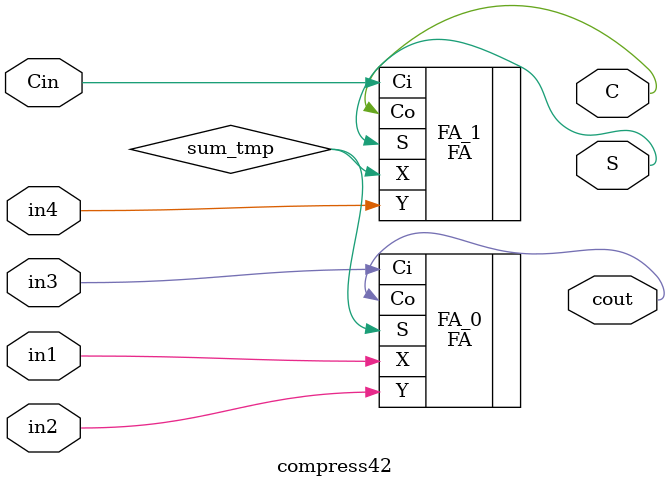
<source format=v>

module compress42 (
  input  in1,
  input  in2,
  input  in3,
  input  in4,
  input  Cin,
  output S,
  output C,
  output cout
);

  wire sum_tmp;

  // First Full Adder: adds in1, in2, in3 -> outputs cout and intermediate sum
  FA FA_0 (
    .Co(cout),     // Carry-out of the first FA
    .S (sum_tmp),  // Intermediate sum
    .X (in1),
    .Y (in2),
    .Ci(in3)
  );

  // Second Full Adder: adds sum_tmp, in4, Cin -> outputs C and S
  FA FA_1 (
    .Co(C),        // Final carry output
    .S (S),        // Final sum output
    .X (sum_tmp),
    .Y (in4),
    .Ci(Cin)
  );

endmodule

</source>
